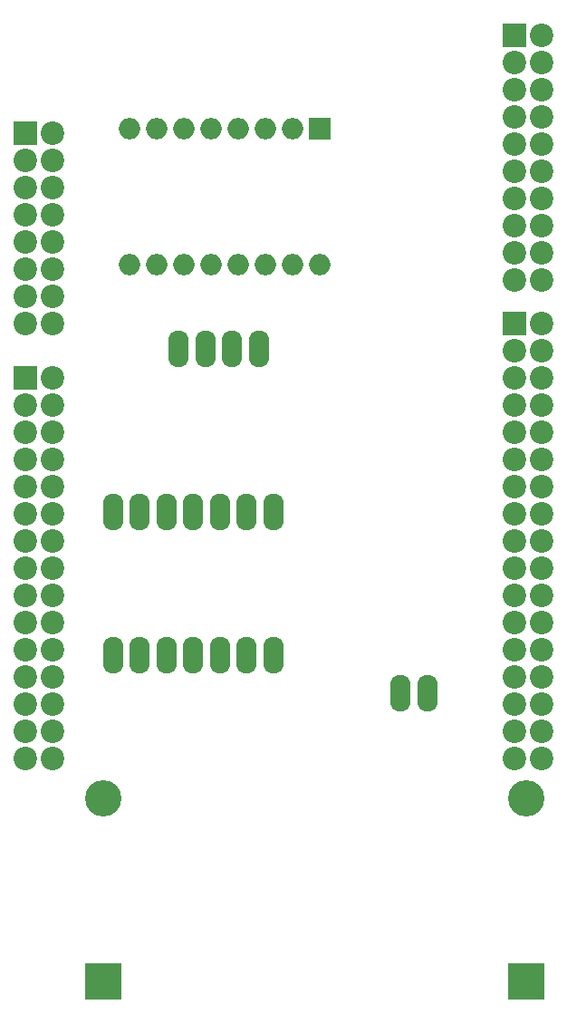
<source format=gbr>
G04 #@! TF.GenerationSoftware,KiCad,Pcbnew,(5.0.0-rc2-dev-406-g05dae9627)*
G04 #@! TF.CreationDate,2018-06-28T11:49:25+02:00*
G04 #@! TF.ProjectId,Nucleo-F746,4E75636C656F2D463734362E6B696361,rev?*
G04 #@! TF.SameCoordinates,Original*
G04 #@! TF.FileFunction,Soldermask,Bot*
G04 #@! TF.FilePolarity,Negative*
%FSLAX46Y46*%
G04 Gerber Fmt 4.6, Leading zero omitted, Abs format (unit mm)*
G04 Created by KiCad (PCBNEW (5.0.0-rc2-dev-406-g05dae9627)) date 06/28/18 11:49:25*
%MOMM*%
%LPD*%
G01*
G04 APERTURE LIST*
%ADD10R,2.000000X2.000000*%
%ADD11O,2.000000X2.000000*%
%ADD12O,1.924000X3.448000*%
%ADD13R,3.400000X3.400000*%
%ADD14C,3.400000*%
%ADD15R,2.200000X2.200000*%
%ADD16C,2.200000*%
G04 APERTURE END LIST*
D10*
X135800000Y-67500000D03*
D11*
X118020000Y-80200000D03*
X133260000Y-67500000D03*
X120560000Y-80200000D03*
X130720000Y-67500000D03*
X123100000Y-80200000D03*
X128180000Y-67500000D03*
X125640000Y-80200000D03*
X125640000Y-67500000D03*
X128180000Y-80200000D03*
X123100000Y-67500000D03*
X130720000Y-80200000D03*
X120560000Y-67500000D03*
X133260000Y-80200000D03*
X118020000Y-67500000D03*
X135800000Y-80200000D03*
D12*
X131468400Y-103340000D03*
X126464600Y-103340000D03*
X123950000Y-103340000D03*
X121435400Y-103340000D03*
X128953800Y-103340000D03*
X118946200Y-103340000D03*
X116431600Y-103340000D03*
X122590800Y-88090000D03*
X125105400Y-88090000D03*
X127594600Y-88090000D03*
X130109200Y-88090000D03*
X116431600Y-116690000D03*
X118946200Y-116690000D03*
X128953800Y-116690000D03*
X121435400Y-116690000D03*
X123950000Y-116690000D03*
X126464600Y-116690000D03*
X131468400Y-116690000D03*
X143344600Y-120240000D03*
X145859200Y-120240000D03*
D13*
X115500000Y-147200000D03*
X155100000Y-147200000D03*
D14*
X115500000Y-130100000D03*
X155100000Y-130100000D03*
D15*
X108251100Y-67983600D03*
D16*
X108251100Y-70523600D03*
X108251100Y-73063600D03*
X108251100Y-75603600D03*
X108251100Y-78143600D03*
X108251100Y-80683600D03*
X108251100Y-83223600D03*
X108251100Y-85763600D03*
X110791100Y-67983600D03*
X110791100Y-70523600D03*
X110791100Y-73063600D03*
X110791100Y-75603600D03*
X110791100Y-78143600D03*
X110791100Y-80683600D03*
X110791100Y-83223600D03*
X110791100Y-85763600D03*
D15*
X108251100Y-90843600D03*
D16*
X108251100Y-93383600D03*
X108251100Y-95923600D03*
X108251100Y-98463600D03*
X108251100Y-101003600D03*
X108251100Y-103543600D03*
X108251100Y-106083600D03*
X108251100Y-108623600D03*
X108251100Y-111163600D03*
X108251100Y-113703600D03*
X108251100Y-116243600D03*
X108251100Y-118783600D03*
X108251100Y-121323600D03*
X108251100Y-123863600D03*
X108251100Y-126403600D03*
X110791100Y-90843600D03*
X110791100Y-93383600D03*
X110791100Y-95923600D03*
X110791100Y-98463600D03*
X110791100Y-101003600D03*
X110791100Y-103543600D03*
X110791100Y-106083600D03*
X110791100Y-108623600D03*
X110791100Y-111163600D03*
X110791100Y-113703600D03*
X110791100Y-116243600D03*
X110791100Y-118783600D03*
X110791100Y-121323600D03*
X110791100Y-123863600D03*
X110791100Y-126403600D03*
D15*
X153971100Y-85763600D03*
D16*
X153971100Y-88303600D03*
X153971100Y-90843600D03*
X153971100Y-93383600D03*
X153971100Y-95923600D03*
X153971100Y-98463600D03*
X153971100Y-101003600D03*
X153971100Y-103543600D03*
X153971100Y-106083600D03*
X153971100Y-108623600D03*
X153971100Y-111163600D03*
X153971100Y-113703600D03*
X153971100Y-116243600D03*
X153971100Y-118783600D03*
X153971100Y-121323600D03*
X153971100Y-123863600D03*
X153971100Y-126403600D03*
X156511100Y-85763600D03*
X156511100Y-88303600D03*
X156511100Y-90843600D03*
X156511100Y-93383600D03*
X156511100Y-95923600D03*
X156511100Y-98463600D03*
X156511100Y-101003600D03*
X156511100Y-103543600D03*
X156511100Y-106083600D03*
X156511100Y-108623600D03*
X156511100Y-111163600D03*
X156511100Y-113703600D03*
X156511100Y-116243600D03*
X156511100Y-118783600D03*
X156511100Y-121323600D03*
X156511100Y-123863600D03*
X156511100Y-126403600D03*
D15*
X153971100Y-58839600D03*
D16*
X153971100Y-61379600D03*
X153971100Y-63919600D03*
X153971100Y-66459600D03*
X153971100Y-68999600D03*
X153971100Y-71539600D03*
X153971100Y-74079600D03*
X153971100Y-76619600D03*
X153971100Y-79159600D03*
X153971100Y-81699600D03*
X156511100Y-58839600D03*
X156511100Y-61379600D03*
X156511100Y-63919600D03*
X156511100Y-66459600D03*
X156511100Y-68999600D03*
X156511100Y-71539600D03*
X156511100Y-74079600D03*
X156511100Y-76619600D03*
X156511100Y-79159600D03*
X156511100Y-81699600D03*
M02*

</source>
